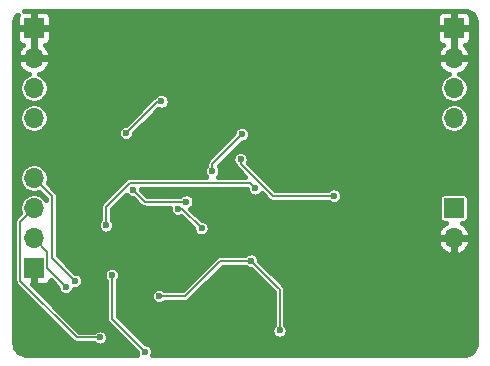
<source format=gbl>
G04 #@! TF.GenerationSoftware,KiCad,Pcbnew,(5.1.10)-1*
G04 #@! TF.CreationDate,2021-11-01T09:09:40+09:00*
G04 #@! TF.ProjectId,LiPoCharger_BQ24610_5S,4c69506f-4368-4617-9267-65725f425132,rev?*
G04 #@! TF.SameCoordinates,Original*
G04 #@! TF.FileFunction,Copper,L2,Bot*
G04 #@! TF.FilePolarity,Positive*
%FSLAX46Y46*%
G04 Gerber Fmt 4.6, Leading zero omitted, Abs format (unit mm)*
G04 Created by KiCad (PCBNEW (5.1.10)-1) date 2021-11-01 09:09:40*
%MOMM*%
%LPD*%
G01*
G04 APERTURE LIST*
G04 #@! TA.AperFunction,ComponentPad*
%ADD10R,1.700000X1.700000*%
G04 #@! TD*
G04 #@! TA.AperFunction,ComponentPad*
%ADD11O,1.700000X1.700000*%
G04 #@! TD*
G04 #@! TA.AperFunction,ComponentPad*
%ADD12C,0.508000*%
G04 #@! TD*
G04 #@! TA.AperFunction,ViaPad*
%ADD13C,0.600000*%
G04 #@! TD*
G04 #@! TA.AperFunction,ViaPad*
%ADD14C,0.900000*%
G04 #@! TD*
G04 #@! TA.AperFunction,Conductor*
%ADD15C,0.200000*%
G04 #@! TD*
G04 #@! TA.AperFunction,Conductor*
%ADD16C,0.100000*%
G04 #@! TD*
G04 #@! TA.AperFunction,Conductor*
%ADD17C,0.152400*%
G04 #@! TD*
G04 #@! TA.AperFunction,Conductor*
%ADD18C,0.400000*%
G04 #@! TD*
G04 APERTURE END LIST*
D10*
X174100000Y-100620000D03*
D11*
X174100000Y-98080000D03*
X174100000Y-95540000D03*
X174100000Y-93000000D03*
D10*
X209660000Y-95540000D03*
D11*
X209660000Y-98080000D03*
D12*
X183412600Y-99287400D03*
X183412600Y-98500000D03*
X183412600Y-97712600D03*
X184200000Y-99287400D03*
X184200000Y-98500000D03*
X184200000Y-97712600D03*
X184987400Y-99287400D03*
X184987400Y-98500000D03*
X184987400Y-97712600D03*
D11*
X174100000Y-87920000D03*
X174100000Y-85380000D03*
X174100000Y-82840000D03*
D10*
X174100000Y-80300000D03*
D11*
X209660000Y-87920000D03*
X209660000Y-85380000D03*
X209660000Y-82840000D03*
D10*
X209660000Y-80300000D03*
D13*
X193300000Y-92600000D03*
X179000000Y-101200000D03*
X192700000Y-95400000D03*
X187100000Y-97700000D03*
X181000000Y-93200000D03*
X200400000Y-107300000D03*
X192700000Y-102500000D03*
X194500000Y-92600000D03*
X192400000Y-100800000D03*
X193900000Y-92600000D03*
X192500000Y-103900000D03*
D14*
X195600000Y-79300000D03*
X201100000Y-96100000D03*
D13*
X181800000Y-103400000D03*
X192300000Y-98100000D03*
D14*
X191000000Y-79300000D03*
D13*
X184400000Y-106300000D03*
X177000000Y-96000000D03*
D14*
X201100000Y-94200000D03*
D13*
X211200000Y-107300000D03*
X184900000Y-86500000D03*
X181900000Y-89200000D03*
X194900000Y-105900000D03*
X192500000Y-100000000D03*
X184700000Y-103000000D03*
X192831727Y-93868273D03*
X180200000Y-97000000D03*
X191700000Y-89300000D03*
X189200000Y-92400000D03*
X188300000Y-97250000D03*
X186300000Y-95600010D03*
X191600000Y-91400000D03*
X199500000Y-94500000D03*
X183500000Y-107700000D03*
X180700000Y-101200000D03*
X187000000Y-95000000D03*
X182500000Y-94000000D03*
X176800000Y-102200000D03*
X179700000Y-106500000D03*
X177600000Y-101700000D03*
D15*
X184600000Y-86500000D02*
X184900000Y-86500000D01*
X181900000Y-89200000D02*
X184600000Y-86500000D01*
X194900000Y-105400000D02*
X194900000Y-102400000D01*
X186900000Y-103000000D02*
X189900000Y-100000000D01*
X192500000Y-100000000D02*
X194800000Y-102300000D01*
X194900000Y-102400000D02*
X194800000Y-102300000D01*
X184700000Y-103000000D02*
X186900000Y-103000000D01*
X194900000Y-105600000D02*
X194900000Y-105900000D01*
X194900000Y-105600000D02*
X194900000Y-105700000D01*
X194900000Y-105400000D02*
X194900000Y-105600000D01*
X189900000Y-100000000D02*
X192500000Y-100000000D01*
X180200000Y-95411998D02*
X182211999Y-93399999D01*
X182211999Y-93399999D02*
X192363453Y-93399999D01*
X180200000Y-97000000D02*
X180200000Y-95411998D01*
X192363453Y-93399999D02*
X192831727Y-93868273D01*
X189200000Y-91800000D02*
X191700000Y-89300000D01*
X189200000Y-92400000D02*
X189200000Y-91800000D01*
X186650010Y-95600010D02*
X186300000Y-95600010D01*
X188300000Y-97250000D02*
X186650010Y-95600010D01*
X191600000Y-91788002D02*
X191600000Y-91400000D01*
X194311998Y-94500000D02*
X191600000Y-91788002D01*
X199500000Y-94500000D02*
X194311998Y-94500000D01*
X180800002Y-101300002D02*
X180700000Y-101200000D01*
X180700000Y-104900000D02*
X180700000Y-101200000D01*
X183500000Y-107700000D02*
X180700000Y-104900000D01*
X183500000Y-95000000D02*
X187000000Y-95000000D01*
X182500000Y-94000000D02*
X183500000Y-95000000D01*
X175250001Y-99230001D02*
X174100000Y-98080000D01*
X176800000Y-102200000D02*
X175250001Y-100650001D01*
X175250001Y-100650001D02*
X175250001Y-99230001D01*
X172949999Y-96690001D02*
X174100000Y-95540000D01*
X179700000Y-106500000D02*
X177739998Y-106500000D01*
X177739998Y-106500000D02*
X172949999Y-101710001D01*
X172949999Y-101710001D02*
X172949999Y-96690001D01*
X175650012Y-94550012D02*
X174100000Y-93000000D01*
X175650012Y-99750012D02*
X175650012Y-94550012D01*
X177600000Y-101700000D02*
X175650012Y-99750012D01*
D16*
X185732443Y-96967557D02*
X185750000Y-97009945D01*
X185750000Y-99990055D01*
X185732443Y-100032443D01*
X185690055Y-100050000D01*
X182709945Y-100050000D01*
X182667557Y-100032443D01*
X182650000Y-99990055D01*
X182650000Y-97009945D01*
X182667557Y-96967557D01*
X182709945Y-96950000D01*
X185690055Y-96950000D01*
X185732443Y-96967557D01*
G04 #@! TA.AperFunction,Conductor*
D17*
G36*
X185732443Y-96967557D02*
G01*
X185750000Y-97009945D01*
X185750000Y-99990055D01*
X185732443Y-100032443D01*
X185690055Y-100050000D01*
X182709945Y-100050000D01*
X182667557Y-100032443D01*
X182650000Y-99990055D01*
X182650000Y-97009945D01*
X182667557Y-96967557D01*
X182709945Y-96950000D01*
X185690055Y-96950000D01*
X185732443Y-96967557D01*
G37*
G04 #@! TD.AperFunction*
D18*
X210708406Y-78847472D02*
X210908873Y-78907997D01*
X211093769Y-79006309D01*
X211256046Y-79138658D01*
X211389526Y-79300008D01*
X211489125Y-79484211D01*
X211551047Y-79684249D01*
X211575001Y-79912164D01*
X211575000Y-106879211D01*
X211552528Y-107108406D01*
X211492003Y-107308873D01*
X211393691Y-107493769D01*
X211261342Y-107656046D01*
X211099992Y-107789526D01*
X210915789Y-107889125D01*
X210715751Y-107951047D01*
X210487855Y-107974999D01*
X184144748Y-107972628D01*
X184173099Y-107904182D01*
X184200000Y-107768944D01*
X184200000Y-107631056D01*
X184173099Y-107495818D01*
X184120332Y-107368426D01*
X184043726Y-107253776D01*
X183946224Y-107156274D01*
X183831574Y-107079668D01*
X183704182Y-107026901D01*
X183568944Y-107000000D01*
X183507106Y-107000000D01*
X181200000Y-104692895D01*
X181200000Y-102931056D01*
X184000000Y-102931056D01*
X184000000Y-103068944D01*
X184026901Y-103204182D01*
X184079668Y-103331574D01*
X184156274Y-103446224D01*
X184253776Y-103543726D01*
X184368426Y-103620332D01*
X184495818Y-103673099D01*
X184631056Y-103700000D01*
X184768944Y-103700000D01*
X184904182Y-103673099D01*
X185031574Y-103620332D01*
X185146224Y-103543726D01*
X185189950Y-103500000D01*
X186875440Y-103500000D01*
X186900000Y-103502419D01*
X186924560Y-103500000D01*
X186998017Y-103492765D01*
X187092267Y-103464175D01*
X187179129Y-103417746D01*
X187255264Y-103355264D01*
X187270929Y-103336176D01*
X190107107Y-100500000D01*
X192010050Y-100500000D01*
X192053776Y-100543726D01*
X192168426Y-100620332D01*
X192295818Y-100673099D01*
X192431056Y-100700000D01*
X192492895Y-100700000D01*
X194400001Y-102607107D01*
X194400000Y-105375440D01*
X194400000Y-105410050D01*
X194356274Y-105453776D01*
X194279668Y-105568426D01*
X194226901Y-105695818D01*
X194200000Y-105831056D01*
X194200000Y-105968944D01*
X194226901Y-106104182D01*
X194279668Y-106231574D01*
X194356274Y-106346224D01*
X194453776Y-106443726D01*
X194568426Y-106520332D01*
X194695818Y-106573099D01*
X194831056Y-106600000D01*
X194968944Y-106600000D01*
X195104182Y-106573099D01*
X195231574Y-106520332D01*
X195346224Y-106443726D01*
X195443726Y-106346224D01*
X195520332Y-106231574D01*
X195573099Y-106104182D01*
X195600000Y-105968944D01*
X195600000Y-105831056D01*
X195573099Y-105695818D01*
X195520332Y-105568426D01*
X195443726Y-105453776D01*
X195400000Y-105410050D01*
X195400000Y-102424549D01*
X195402418Y-102399999D01*
X195400000Y-102375449D01*
X195400000Y-102375440D01*
X195392765Y-102301983D01*
X195364175Y-102207733D01*
X195317746Y-102120871D01*
X195255264Y-102044736D01*
X195236180Y-102029074D01*
X195170922Y-101963817D01*
X195170919Y-101963813D01*
X193200000Y-99992895D01*
X193200000Y-99931056D01*
X193173099Y-99795818D01*
X193120332Y-99668426D01*
X193043726Y-99553776D01*
X192946224Y-99456274D01*
X192831574Y-99379668D01*
X192704182Y-99326901D01*
X192568944Y-99300000D01*
X192431056Y-99300000D01*
X192295818Y-99326901D01*
X192168426Y-99379668D01*
X192053776Y-99456274D01*
X192010050Y-99500000D01*
X189924560Y-99500000D01*
X189900000Y-99497581D01*
X189875440Y-99500000D01*
X189801983Y-99507235D01*
X189707733Y-99535825D01*
X189620871Y-99582254D01*
X189544736Y-99644736D01*
X189529080Y-99663813D01*
X186692895Y-102500000D01*
X185189950Y-102500000D01*
X185146224Y-102456274D01*
X185031574Y-102379668D01*
X184904182Y-102326901D01*
X184768944Y-102300000D01*
X184631056Y-102300000D01*
X184495818Y-102326901D01*
X184368426Y-102379668D01*
X184253776Y-102456274D01*
X184156274Y-102553776D01*
X184079668Y-102668426D01*
X184026901Y-102795818D01*
X184000000Y-102931056D01*
X181200000Y-102931056D01*
X181200000Y-101689950D01*
X181243726Y-101646224D01*
X181320332Y-101531574D01*
X181373099Y-101404182D01*
X181400000Y-101268944D01*
X181400000Y-101131056D01*
X181373099Y-100995818D01*
X181320332Y-100868426D01*
X181243726Y-100753776D01*
X181146224Y-100656274D01*
X181031574Y-100579668D01*
X180904182Y-100526901D01*
X180768944Y-100500000D01*
X180631056Y-100500000D01*
X180495818Y-100526901D01*
X180368426Y-100579668D01*
X180253776Y-100656274D01*
X180156274Y-100753776D01*
X180079668Y-100868426D01*
X180026901Y-100995818D01*
X180000000Y-101131056D01*
X180000000Y-101268944D01*
X180026901Y-101404182D01*
X180079668Y-101531574D01*
X180156274Y-101646224D01*
X180200001Y-101689951D01*
X180200000Y-104875440D01*
X180197581Y-104900000D01*
X180207235Y-104998016D01*
X180235825Y-105092266D01*
X180282254Y-105179129D01*
X180344736Y-105255264D01*
X180363824Y-105270929D01*
X182800000Y-107707106D01*
X182800000Y-107768944D01*
X182826901Y-107904182D01*
X182855204Y-107972512D01*
X173606463Y-107971679D01*
X173362068Y-107964060D01*
X173158018Y-107917004D01*
X172966994Y-107831210D01*
X172796274Y-107709949D01*
X172652356Y-107557836D01*
X172540724Y-107380664D01*
X172465632Y-107185185D01*
X172427716Y-106965997D01*
X172425000Y-106892177D01*
X172425000Y-96690001D01*
X172447580Y-96690001D01*
X172450000Y-96714571D01*
X172449999Y-101685441D01*
X172447580Y-101710001D01*
X172457234Y-101808018D01*
X172465670Y-101835826D01*
X172485824Y-101902267D01*
X172532253Y-101989130D01*
X172594735Y-102065265D01*
X172613823Y-102080930D01*
X177369078Y-106836187D01*
X177384734Y-106855264D01*
X177460869Y-106917746D01*
X177547731Y-106964175D01*
X177641981Y-106992765D01*
X177739998Y-107002419D01*
X177764558Y-107000000D01*
X179210050Y-107000000D01*
X179253776Y-107043726D01*
X179368426Y-107120332D01*
X179495818Y-107173099D01*
X179631056Y-107200000D01*
X179768944Y-107200000D01*
X179904182Y-107173099D01*
X180031574Y-107120332D01*
X180146224Y-107043726D01*
X180243726Y-106946224D01*
X180320332Y-106831574D01*
X180373099Y-106704182D01*
X180400000Y-106568944D01*
X180400000Y-106431056D01*
X180373099Y-106295818D01*
X180320332Y-106168426D01*
X180243726Y-106053776D01*
X180146224Y-105956274D01*
X180031574Y-105879668D01*
X179904182Y-105826901D01*
X179768944Y-105800000D01*
X179631056Y-105800000D01*
X179495818Y-105826901D01*
X179368426Y-105879668D01*
X179253776Y-105956274D01*
X179210050Y-106000000D01*
X177947105Y-106000000D01*
X173933552Y-101986448D01*
X174000000Y-101920000D01*
X174000000Y-100720000D01*
X173980000Y-100720000D01*
X173980000Y-100520000D01*
X174000000Y-100520000D01*
X174000000Y-100500000D01*
X174200000Y-100500000D01*
X174200000Y-100520000D01*
X174220000Y-100520000D01*
X174220000Y-100720000D01*
X174200000Y-100720000D01*
X174200000Y-101920000D01*
X174350000Y-102070000D01*
X174950000Y-102072903D01*
X175067621Y-102061318D01*
X175180721Y-102027010D01*
X175284955Y-101971296D01*
X175376317Y-101896317D01*
X175451296Y-101804955D01*
X175507010Y-101700721D01*
X175527167Y-101634272D01*
X176100000Y-102207107D01*
X176100000Y-102268944D01*
X176126901Y-102404182D01*
X176179668Y-102531574D01*
X176256274Y-102646224D01*
X176353776Y-102743726D01*
X176468426Y-102820332D01*
X176595818Y-102873099D01*
X176731056Y-102900000D01*
X176868944Y-102900000D01*
X177004182Y-102873099D01*
X177131574Y-102820332D01*
X177246224Y-102743726D01*
X177343726Y-102646224D01*
X177420332Y-102531574D01*
X177473099Y-102404182D01*
X177476105Y-102389069D01*
X177531056Y-102400000D01*
X177668944Y-102400000D01*
X177804182Y-102373099D01*
X177931574Y-102320332D01*
X178046224Y-102243726D01*
X178143726Y-102146224D01*
X178220332Y-102031574D01*
X178273099Y-101904182D01*
X178300000Y-101768944D01*
X178300000Y-101631056D01*
X178273099Y-101495818D01*
X178220332Y-101368426D01*
X178143726Y-101253776D01*
X178046224Y-101156274D01*
X177931574Y-101079668D01*
X177804182Y-101026901D01*
X177668944Y-101000000D01*
X177607107Y-101000000D01*
X176150012Y-99542907D01*
X176150012Y-97732935D01*
X182554710Y-97732935D01*
X182575161Y-97899910D01*
X182627795Y-98059688D01*
X182653732Y-98108212D01*
X182612231Y-98190487D01*
X182567227Y-98352578D01*
X182554710Y-98520335D01*
X182575161Y-98687310D01*
X182627795Y-98847088D01*
X182653732Y-98895612D01*
X182612231Y-98977887D01*
X182567227Y-99139978D01*
X182554710Y-99307735D01*
X182575161Y-99474710D01*
X182627795Y-99634488D01*
X182687993Y-99747111D01*
X182875149Y-99748483D01*
X183277351Y-99346281D01*
X183347472Y-99351513D01*
X183355916Y-99420452D01*
X182951517Y-99824851D01*
X182952889Y-100012007D01*
X183103087Y-100087769D01*
X183265178Y-100132773D01*
X183432935Y-100145290D01*
X183599910Y-100124839D01*
X183759688Y-100072205D01*
X183808212Y-100046268D01*
X183890487Y-100087769D01*
X184052578Y-100132773D01*
X184220335Y-100145290D01*
X184387310Y-100124839D01*
X184547088Y-100072205D01*
X184595612Y-100046268D01*
X184677887Y-100087769D01*
X184839978Y-100132773D01*
X185007735Y-100145290D01*
X185174710Y-100124839D01*
X185334488Y-100072205D01*
X185447111Y-100012007D01*
X185448483Y-99824851D01*
X185046281Y-99422649D01*
X185051513Y-99352528D01*
X185120452Y-99344084D01*
X185524851Y-99748483D01*
X185712007Y-99747111D01*
X185787769Y-99596913D01*
X185832773Y-99434822D01*
X185845290Y-99267065D01*
X185824839Y-99100090D01*
X185772205Y-98940312D01*
X185746268Y-98891788D01*
X185787769Y-98809513D01*
X185832773Y-98647422D01*
X185845290Y-98479665D01*
X185836153Y-98405059D01*
X208246905Y-98405059D01*
X208304457Y-98594799D01*
X208430936Y-98849361D01*
X208604647Y-99074356D01*
X208818915Y-99261139D01*
X209065505Y-99402531D01*
X209334941Y-99493099D01*
X209560000Y-99376552D01*
X209560000Y-98180000D01*
X209760000Y-98180000D01*
X209760000Y-99376552D01*
X209985059Y-99493099D01*
X210254495Y-99402531D01*
X210501085Y-99261139D01*
X210715353Y-99074356D01*
X210889064Y-98849361D01*
X211015543Y-98594799D01*
X211073095Y-98405059D01*
X210956148Y-98180000D01*
X209760000Y-98180000D01*
X209560000Y-98180000D01*
X208363852Y-98180000D01*
X208246905Y-98405059D01*
X185836153Y-98405059D01*
X185824839Y-98312690D01*
X185772205Y-98152912D01*
X185746268Y-98104388D01*
X185787769Y-98022113D01*
X185832773Y-97860022D01*
X185845290Y-97692265D01*
X185824839Y-97525290D01*
X185772205Y-97365512D01*
X185712007Y-97252889D01*
X185524851Y-97251517D01*
X185122649Y-97653719D01*
X185052528Y-97648487D01*
X185044084Y-97579548D01*
X185448483Y-97175149D01*
X185447111Y-96987993D01*
X185296913Y-96912231D01*
X185134822Y-96867227D01*
X184967065Y-96854710D01*
X184800090Y-96875161D01*
X184640312Y-96927795D01*
X184591788Y-96953732D01*
X184509513Y-96912231D01*
X184347422Y-96867227D01*
X184179665Y-96854710D01*
X184012690Y-96875161D01*
X183852912Y-96927795D01*
X183804388Y-96953732D01*
X183722113Y-96912231D01*
X183560022Y-96867227D01*
X183392265Y-96854710D01*
X183225290Y-96875161D01*
X183065512Y-96927795D01*
X182952889Y-96987993D01*
X182951517Y-97175149D01*
X183353719Y-97577351D01*
X183348487Y-97647472D01*
X183279548Y-97655916D01*
X182875149Y-97251517D01*
X182687993Y-97252889D01*
X182612231Y-97403087D01*
X182567227Y-97565178D01*
X182554710Y-97732935D01*
X176150012Y-97732935D01*
X176150012Y-96931056D01*
X179500000Y-96931056D01*
X179500000Y-97068944D01*
X179526901Y-97204182D01*
X179579668Y-97331574D01*
X179656274Y-97446224D01*
X179753776Y-97543726D01*
X179868426Y-97620332D01*
X179995818Y-97673099D01*
X180131056Y-97700000D01*
X180268944Y-97700000D01*
X180404182Y-97673099D01*
X180531574Y-97620332D01*
X180646224Y-97543726D01*
X180743726Y-97446224D01*
X180820332Y-97331574D01*
X180873099Y-97204182D01*
X180900000Y-97068944D01*
X180900000Y-96931056D01*
X180873099Y-96795818D01*
X180820332Y-96668426D01*
X180743726Y-96553776D01*
X180700000Y-96510050D01*
X180700000Y-95619103D01*
X181922871Y-94396233D01*
X181956274Y-94446224D01*
X182053776Y-94543726D01*
X182168426Y-94620332D01*
X182295818Y-94673099D01*
X182431056Y-94700000D01*
X182492894Y-94700000D01*
X183129080Y-95336187D01*
X183144736Y-95355264D01*
X183220871Y-95417746D01*
X183307733Y-95464175D01*
X183401983Y-95492765D01*
X183500000Y-95502419D01*
X183524560Y-95500000D01*
X185606180Y-95500000D01*
X185600000Y-95531066D01*
X185600000Y-95668954D01*
X185626901Y-95804192D01*
X185679668Y-95931584D01*
X185756274Y-96046234D01*
X185853776Y-96143736D01*
X185968426Y-96220342D01*
X186095818Y-96273109D01*
X186231056Y-96300010D01*
X186368944Y-96300010D01*
X186504182Y-96273109D01*
X186583252Y-96240357D01*
X187600000Y-97257107D01*
X187600000Y-97318944D01*
X187626901Y-97454182D01*
X187679668Y-97581574D01*
X187756274Y-97696224D01*
X187853776Y-97793726D01*
X187968426Y-97870332D01*
X188095818Y-97923099D01*
X188231056Y-97950000D01*
X188368944Y-97950000D01*
X188504182Y-97923099D01*
X188631574Y-97870332D01*
X188746224Y-97793726D01*
X188785009Y-97754941D01*
X208246905Y-97754941D01*
X208363852Y-97980000D01*
X209560000Y-97980000D01*
X209560000Y-97960000D01*
X209760000Y-97960000D01*
X209760000Y-97980000D01*
X210956148Y-97980000D01*
X211073095Y-97754941D01*
X211015543Y-97565201D01*
X210889064Y-97310639D01*
X210715353Y-97085644D01*
X210501085Y-96898861D01*
X210314604Y-96791935D01*
X210510000Y-96791935D01*
X210588414Y-96784212D01*
X210663814Y-96761340D01*
X210733303Y-96724197D01*
X210794211Y-96674211D01*
X210844197Y-96613303D01*
X210881340Y-96543814D01*
X210904212Y-96468414D01*
X210911935Y-96390000D01*
X210911935Y-94690000D01*
X210904212Y-94611586D01*
X210881340Y-94536186D01*
X210844197Y-94466697D01*
X210794211Y-94405789D01*
X210733303Y-94355803D01*
X210663814Y-94318660D01*
X210588414Y-94295788D01*
X210510000Y-94288065D01*
X208810000Y-94288065D01*
X208731586Y-94295788D01*
X208656186Y-94318660D01*
X208586697Y-94355803D01*
X208525789Y-94405789D01*
X208475803Y-94466697D01*
X208438660Y-94536186D01*
X208415788Y-94611586D01*
X208408065Y-94690000D01*
X208408065Y-96390000D01*
X208415788Y-96468414D01*
X208438660Y-96543814D01*
X208475803Y-96613303D01*
X208525789Y-96674211D01*
X208586697Y-96724197D01*
X208656186Y-96761340D01*
X208731586Y-96784212D01*
X208810000Y-96791935D01*
X209005396Y-96791935D01*
X208818915Y-96898861D01*
X208604647Y-97085644D01*
X208430936Y-97310639D01*
X208304457Y-97565201D01*
X208246905Y-97754941D01*
X188785009Y-97754941D01*
X188843726Y-97696224D01*
X188920332Y-97581574D01*
X188973099Y-97454182D01*
X189000000Y-97318944D01*
X189000000Y-97181056D01*
X188973099Y-97045818D01*
X188920332Y-96918426D01*
X188843726Y-96803776D01*
X188746224Y-96706274D01*
X188631574Y-96629668D01*
X188504182Y-96576901D01*
X188368944Y-96550000D01*
X188307107Y-96550000D01*
X187359067Y-95601962D01*
X187446224Y-95543726D01*
X187543726Y-95446224D01*
X187620332Y-95331574D01*
X187673099Y-95204182D01*
X187700000Y-95068944D01*
X187700000Y-94931056D01*
X187673099Y-94795818D01*
X187620332Y-94668426D01*
X187543726Y-94553776D01*
X187446224Y-94456274D01*
X187331574Y-94379668D01*
X187204182Y-94326901D01*
X187068944Y-94300000D01*
X186931056Y-94300000D01*
X186795818Y-94326901D01*
X186668426Y-94379668D01*
X186553776Y-94456274D01*
X186510050Y-94500000D01*
X183707107Y-94500000D01*
X183200000Y-93992894D01*
X183200000Y-93931056D01*
X183193822Y-93899999D01*
X192131727Y-93899999D01*
X192131727Y-93937217D01*
X192158628Y-94072455D01*
X192211395Y-94199847D01*
X192288001Y-94314497D01*
X192385503Y-94411999D01*
X192500153Y-94488605D01*
X192627545Y-94541372D01*
X192762783Y-94568273D01*
X192900671Y-94568273D01*
X193035909Y-94541372D01*
X193163301Y-94488605D01*
X193277951Y-94411999D01*
X193375453Y-94314497D01*
X193393051Y-94288160D01*
X193941078Y-94836187D01*
X193956734Y-94855264D01*
X194032869Y-94917746D01*
X194119731Y-94964175D01*
X194213981Y-94992765D01*
X194287438Y-95000000D01*
X194287447Y-95000000D01*
X194311997Y-95002418D01*
X194336547Y-95000000D01*
X199010050Y-95000000D01*
X199053776Y-95043726D01*
X199168426Y-95120332D01*
X199295818Y-95173099D01*
X199431056Y-95200000D01*
X199568944Y-95200000D01*
X199704182Y-95173099D01*
X199831574Y-95120332D01*
X199946224Y-95043726D01*
X200043726Y-94946224D01*
X200120332Y-94831574D01*
X200173099Y-94704182D01*
X200200000Y-94568944D01*
X200200000Y-94431056D01*
X200173099Y-94295818D01*
X200120332Y-94168426D01*
X200043726Y-94053776D01*
X199946224Y-93956274D01*
X199831574Y-93879668D01*
X199704182Y-93826901D01*
X199568944Y-93800000D01*
X199431056Y-93800000D01*
X199295818Y-93826901D01*
X199168426Y-93879668D01*
X199053776Y-93956274D01*
X199010050Y-94000000D01*
X194519105Y-94000000D01*
X192229220Y-91710117D01*
X192273099Y-91604182D01*
X192300000Y-91468944D01*
X192300000Y-91331056D01*
X192273099Y-91195818D01*
X192220332Y-91068426D01*
X192143726Y-90953776D01*
X192046224Y-90856274D01*
X191931574Y-90779668D01*
X191804182Y-90726901D01*
X191668944Y-90700000D01*
X191531056Y-90700000D01*
X191395818Y-90726901D01*
X191268426Y-90779668D01*
X191153776Y-90856274D01*
X191056274Y-90953776D01*
X190979668Y-91068426D01*
X190926901Y-91195818D01*
X190900000Y-91331056D01*
X190900000Y-91468944D01*
X190926901Y-91604182D01*
X190979668Y-91731574D01*
X191056274Y-91846224D01*
X191112097Y-91902047D01*
X191135825Y-91980268D01*
X191182254Y-92067131D01*
X191244736Y-92143266D01*
X191263824Y-92158931D01*
X192004891Y-92899999D01*
X189689951Y-92899999D01*
X189743726Y-92846224D01*
X189820332Y-92731574D01*
X189873099Y-92604182D01*
X189900000Y-92468944D01*
X189900000Y-92331056D01*
X189873099Y-92195818D01*
X189820332Y-92068426D01*
X189747572Y-91959533D01*
X191707106Y-90000000D01*
X191768944Y-90000000D01*
X191904182Y-89973099D01*
X192031574Y-89920332D01*
X192146224Y-89843726D01*
X192243726Y-89746224D01*
X192320332Y-89631574D01*
X192373099Y-89504182D01*
X192400000Y-89368944D01*
X192400000Y-89231056D01*
X192373099Y-89095818D01*
X192320332Y-88968426D01*
X192243726Y-88853776D01*
X192146224Y-88756274D01*
X192031574Y-88679668D01*
X191904182Y-88626901D01*
X191768944Y-88600000D01*
X191631056Y-88600000D01*
X191495818Y-88626901D01*
X191368426Y-88679668D01*
X191253776Y-88756274D01*
X191156274Y-88853776D01*
X191079668Y-88968426D01*
X191026901Y-89095818D01*
X191000000Y-89231056D01*
X191000000Y-89292894D01*
X188863819Y-91429076D01*
X188844737Y-91444736D01*
X188782255Y-91520871D01*
X188742239Y-91595735D01*
X188735826Y-91607733D01*
X188707235Y-91701983D01*
X188697581Y-91800000D01*
X188700001Y-91824569D01*
X188700001Y-91910049D01*
X188656274Y-91953776D01*
X188579668Y-92068426D01*
X188526901Y-92195818D01*
X188500000Y-92331056D01*
X188500000Y-92468944D01*
X188526901Y-92604182D01*
X188579668Y-92731574D01*
X188656274Y-92846224D01*
X188710049Y-92899999D01*
X182236548Y-92899999D01*
X182211998Y-92897581D01*
X182187448Y-92899999D01*
X182187439Y-92899999D01*
X182113982Y-92907234D01*
X182019732Y-92935824D01*
X181932870Y-92982253D01*
X181856735Y-93044735D01*
X181841079Y-93063812D01*
X179863819Y-95041074D01*
X179844737Y-95056734D01*
X179782255Y-95132869D01*
X179746373Y-95200000D01*
X179735826Y-95219731D01*
X179707235Y-95313981D01*
X179697581Y-95411998D01*
X179700001Y-95436568D01*
X179700000Y-96510050D01*
X179656274Y-96553776D01*
X179579668Y-96668426D01*
X179526901Y-96795818D01*
X179500000Y-96931056D01*
X176150012Y-96931056D01*
X176150012Y-94574572D01*
X176152431Y-94550012D01*
X176142777Y-94451994D01*
X176134104Y-94423404D01*
X176114187Y-94357745D01*
X176067758Y-94270883D01*
X176005276Y-94194748D01*
X175986193Y-94179087D01*
X175263815Y-93456709D01*
X175301963Y-93364611D01*
X175350000Y-93123114D01*
X175350000Y-92876886D01*
X175301963Y-92635389D01*
X175207735Y-92407903D01*
X175070938Y-92203172D01*
X174896828Y-92029062D01*
X174692097Y-91892265D01*
X174464611Y-91798037D01*
X174223114Y-91750000D01*
X173976886Y-91750000D01*
X173735389Y-91798037D01*
X173507903Y-91892265D01*
X173303172Y-92029062D01*
X173129062Y-92203172D01*
X172992265Y-92407903D01*
X172898037Y-92635389D01*
X172850000Y-92876886D01*
X172850000Y-93123114D01*
X172898037Y-93364611D01*
X172992265Y-93592097D01*
X173129062Y-93796828D01*
X173303172Y-93970938D01*
X173507903Y-94107735D01*
X173735389Y-94201963D01*
X173976886Y-94250000D01*
X174223114Y-94250000D01*
X174464611Y-94201963D01*
X174556709Y-94163815D01*
X175150013Y-94757119D01*
X175150013Y-94861516D01*
X175070938Y-94743172D01*
X174896828Y-94569062D01*
X174692097Y-94432265D01*
X174464611Y-94338037D01*
X174223114Y-94290000D01*
X173976886Y-94290000D01*
X173735389Y-94338037D01*
X173507903Y-94432265D01*
X173303172Y-94569062D01*
X173129062Y-94743172D01*
X172992265Y-94947903D01*
X172898037Y-95175389D01*
X172850000Y-95416886D01*
X172850000Y-95663114D01*
X172898037Y-95904611D01*
X172936185Y-95996709D01*
X172613818Y-96319077D01*
X172594736Y-96334737D01*
X172532254Y-96410872D01*
X172507986Y-96456274D01*
X172485825Y-96497734D01*
X172457234Y-96591984D01*
X172447580Y-96690001D01*
X172425000Y-96690001D01*
X172425000Y-87796886D01*
X172850000Y-87796886D01*
X172850000Y-88043114D01*
X172898037Y-88284611D01*
X172992265Y-88512097D01*
X173129062Y-88716828D01*
X173303172Y-88890938D01*
X173507903Y-89027735D01*
X173735389Y-89121963D01*
X173976886Y-89170000D01*
X174223114Y-89170000D01*
X174418897Y-89131056D01*
X181200000Y-89131056D01*
X181200000Y-89268944D01*
X181226901Y-89404182D01*
X181279668Y-89531574D01*
X181356274Y-89646224D01*
X181453776Y-89743726D01*
X181568426Y-89820332D01*
X181695818Y-89873099D01*
X181831056Y-89900000D01*
X181968944Y-89900000D01*
X182104182Y-89873099D01*
X182231574Y-89820332D01*
X182346224Y-89743726D01*
X182443726Y-89646224D01*
X182520332Y-89531574D01*
X182573099Y-89404182D01*
X182600000Y-89268944D01*
X182600000Y-89207105D01*
X184010219Y-87796886D01*
X208410000Y-87796886D01*
X208410000Y-88043114D01*
X208458037Y-88284611D01*
X208552265Y-88512097D01*
X208689062Y-88716828D01*
X208863172Y-88890938D01*
X209067903Y-89027735D01*
X209295389Y-89121963D01*
X209536886Y-89170000D01*
X209783114Y-89170000D01*
X210024611Y-89121963D01*
X210252097Y-89027735D01*
X210456828Y-88890938D01*
X210630938Y-88716828D01*
X210767735Y-88512097D01*
X210861963Y-88284611D01*
X210910000Y-88043114D01*
X210910000Y-87796886D01*
X210861963Y-87555389D01*
X210767735Y-87327903D01*
X210630938Y-87123172D01*
X210456828Y-86949062D01*
X210252097Y-86812265D01*
X210024611Y-86718037D01*
X209783114Y-86670000D01*
X209536886Y-86670000D01*
X209295389Y-86718037D01*
X209067903Y-86812265D01*
X208863172Y-86949062D01*
X208689062Y-87123172D01*
X208552265Y-87327903D01*
X208458037Y-87555389D01*
X208410000Y-87796886D01*
X184010219Y-87796886D01*
X184652111Y-87154995D01*
X184695818Y-87173099D01*
X184831056Y-87200000D01*
X184968944Y-87200000D01*
X185104182Y-87173099D01*
X185231574Y-87120332D01*
X185346224Y-87043726D01*
X185443726Y-86946224D01*
X185520332Y-86831574D01*
X185573099Y-86704182D01*
X185600000Y-86568944D01*
X185600000Y-86431056D01*
X185573099Y-86295818D01*
X185520332Y-86168426D01*
X185443726Y-86053776D01*
X185346224Y-85956274D01*
X185231574Y-85879668D01*
X185104182Y-85826901D01*
X184968944Y-85800000D01*
X184831056Y-85800000D01*
X184695818Y-85826901D01*
X184568426Y-85879668D01*
X184453776Y-85956274D01*
X184356274Y-86053776D01*
X184346343Y-86068639D01*
X184320871Y-86082254D01*
X184244736Y-86144736D01*
X184229080Y-86163813D01*
X181892895Y-88500000D01*
X181831056Y-88500000D01*
X181695818Y-88526901D01*
X181568426Y-88579668D01*
X181453776Y-88656274D01*
X181356274Y-88753776D01*
X181279668Y-88868426D01*
X181226901Y-88995818D01*
X181200000Y-89131056D01*
X174418897Y-89131056D01*
X174464611Y-89121963D01*
X174692097Y-89027735D01*
X174896828Y-88890938D01*
X175070938Y-88716828D01*
X175207735Y-88512097D01*
X175301963Y-88284611D01*
X175350000Y-88043114D01*
X175350000Y-87796886D01*
X175301963Y-87555389D01*
X175207735Y-87327903D01*
X175070938Y-87123172D01*
X174896828Y-86949062D01*
X174692097Y-86812265D01*
X174464611Y-86718037D01*
X174223114Y-86670000D01*
X173976886Y-86670000D01*
X173735389Y-86718037D01*
X173507903Y-86812265D01*
X173303172Y-86949062D01*
X173129062Y-87123172D01*
X172992265Y-87327903D01*
X172898037Y-87555389D01*
X172850000Y-87796886D01*
X172425000Y-87796886D01*
X172425000Y-83165059D01*
X172686905Y-83165059D01*
X172744457Y-83354799D01*
X172870936Y-83609361D01*
X173044647Y-83834356D01*
X173258915Y-84021139D01*
X173505505Y-84162531D01*
X173653072Y-84212134D01*
X173507903Y-84272265D01*
X173303172Y-84409062D01*
X173129062Y-84583172D01*
X172992265Y-84787903D01*
X172898037Y-85015389D01*
X172850000Y-85256886D01*
X172850000Y-85503114D01*
X172898037Y-85744611D01*
X172992265Y-85972097D01*
X173129062Y-86176828D01*
X173303172Y-86350938D01*
X173507903Y-86487735D01*
X173735389Y-86581963D01*
X173976886Y-86630000D01*
X174223114Y-86630000D01*
X174464611Y-86581963D01*
X174692097Y-86487735D01*
X174896828Y-86350938D01*
X175070938Y-86176828D01*
X175207735Y-85972097D01*
X175301963Y-85744611D01*
X175350000Y-85503114D01*
X175350000Y-85256886D01*
X175301963Y-85015389D01*
X175207735Y-84787903D01*
X175070938Y-84583172D01*
X174896828Y-84409062D01*
X174692097Y-84272265D01*
X174546928Y-84212134D01*
X174694495Y-84162531D01*
X174941085Y-84021139D01*
X175155353Y-83834356D01*
X175329064Y-83609361D01*
X175455543Y-83354799D01*
X175513095Y-83165059D01*
X208246905Y-83165059D01*
X208304457Y-83354799D01*
X208430936Y-83609361D01*
X208604647Y-83834356D01*
X208818915Y-84021139D01*
X209065505Y-84162531D01*
X209213072Y-84212134D01*
X209067903Y-84272265D01*
X208863172Y-84409062D01*
X208689062Y-84583172D01*
X208552265Y-84787903D01*
X208458037Y-85015389D01*
X208410000Y-85256886D01*
X208410000Y-85503114D01*
X208458037Y-85744611D01*
X208552265Y-85972097D01*
X208689062Y-86176828D01*
X208863172Y-86350938D01*
X209067903Y-86487735D01*
X209295389Y-86581963D01*
X209536886Y-86630000D01*
X209783114Y-86630000D01*
X210024611Y-86581963D01*
X210252097Y-86487735D01*
X210456828Y-86350938D01*
X210630938Y-86176828D01*
X210767735Y-85972097D01*
X210861963Y-85744611D01*
X210910000Y-85503114D01*
X210910000Y-85256886D01*
X210861963Y-85015389D01*
X210767735Y-84787903D01*
X210630938Y-84583172D01*
X210456828Y-84409062D01*
X210252097Y-84272265D01*
X210106928Y-84212134D01*
X210254495Y-84162531D01*
X210501085Y-84021139D01*
X210715353Y-83834356D01*
X210889064Y-83609361D01*
X211015543Y-83354799D01*
X211073095Y-83165059D01*
X210956148Y-82940000D01*
X209760000Y-82940000D01*
X209760000Y-82960000D01*
X209560000Y-82960000D01*
X209560000Y-82940000D01*
X208363852Y-82940000D01*
X208246905Y-83165059D01*
X175513095Y-83165059D01*
X175396148Y-82940000D01*
X174200000Y-82940000D01*
X174200000Y-82960000D01*
X174000000Y-82960000D01*
X174000000Y-82940000D01*
X172803852Y-82940000D01*
X172686905Y-83165059D01*
X172425000Y-83165059D01*
X172425000Y-81150000D01*
X172647097Y-81150000D01*
X172658682Y-81267621D01*
X172692990Y-81380721D01*
X172748704Y-81484955D01*
X172823683Y-81576317D01*
X172915045Y-81651296D01*
X173019279Y-81707010D01*
X173132379Y-81741318D01*
X173161081Y-81744145D01*
X173044647Y-81845644D01*
X172870936Y-82070639D01*
X172744457Y-82325201D01*
X172686905Y-82514941D01*
X172803852Y-82740000D01*
X174000000Y-82740000D01*
X174000000Y-80400000D01*
X174200000Y-80400000D01*
X174200000Y-82740000D01*
X175396148Y-82740000D01*
X175513095Y-82514941D01*
X175455543Y-82325201D01*
X175329064Y-82070639D01*
X175155353Y-81845644D01*
X175038919Y-81744145D01*
X175067621Y-81741318D01*
X175180721Y-81707010D01*
X175284955Y-81651296D01*
X175376317Y-81576317D01*
X175451296Y-81484955D01*
X175507010Y-81380721D01*
X175541318Y-81267621D01*
X175552903Y-81150000D01*
X208207097Y-81150000D01*
X208218682Y-81267621D01*
X208252990Y-81380721D01*
X208308704Y-81484955D01*
X208383683Y-81576317D01*
X208475045Y-81651296D01*
X208579279Y-81707010D01*
X208692379Y-81741318D01*
X208721081Y-81744145D01*
X208604647Y-81845644D01*
X208430936Y-82070639D01*
X208304457Y-82325201D01*
X208246905Y-82514941D01*
X208363852Y-82740000D01*
X209560000Y-82740000D01*
X209560000Y-80400000D01*
X209760000Y-80400000D01*
X209760000Y-82740000D01*
X210956148Y-82740000D01*
X211073095Y-82514941D01*
X211015543Y-82325201D01*
X210889064Y-82070639D01*
X210715353Y-81845644D01*
X210598919Y-81744145D01*
X210627621Y-81741318D01*
X210740721Y-81707010D01*
X210844955Y-81651296D01*
X210936317Y-81576317D01*
X211011296Y-81484955D01*
X211067010Y-81380721D01*
X211101318Y-81267621D01*
X211112903Y-81150000D01*
X211110000Y-80550000D01*
X210960000Y-80400000D01*
X209760000Y-80400000D01*
X209560000Y-80400000D01*
X208360000Y-80400000D01*
X208210000Y-80550000D01*
X208207097Y-81150000D01*
X175552903Y-81150000D01*
X175550000Y-80550000D01*
X175400000Y-80400000D01*
X174200000Y-80400000D01*
X174000000Y-80400000D01*
X172800000Y-80400000D01*
X172650000Y-80550000D01*
X172647097Y-81150000D01*
X172425000Y-81150000D01*
X172425000Y-79920789D01*
X172447472Y-79691594D01*
X172507997Y-79491127D01*
X172606309Y-79306231D01*
X172722971Y-79163189D01*
X172692990Y-79219279D01*
X172658682Y-79332379D01*
X172647097Y-79450000D01*
X172650000Y-80050000D01*
X172800000Y-80200000D01*
X174000000Y-80200000D01*
X174000000Y-79000000D01*
X174200000Y-79000000D01*
X174200000Y-80200000D01*
X175400000Y-80200000D01*
X175550000Y-80050000D01*
X175552903Y-79450000D01*
X208207097Y-79450000D01*
X208210000Y-80050000D01*
X208360000Y-80200000D01*
X209560000Y-80200000D01*
X209560000Y-79000000D01*
X209760000Y-79000000D01*
X209760000Y-80200000D01*
X210960000Y-80200000D01*
X211110000Y-80050000D01*
X211112903Y-79450000D01*
X211101318Y-79332379D01*
X211067010Y-79219279D01*
X211011296Y-79115045D01*
X210936317Y-79023683D01*
X210844955Y-78948704D01*
X210740721Y-78892990D01*
X210627621Y-78858682D01*
X210510000Y-78847097D01*
X209910000Y-78850000D01*
X209760000Y-79000000D01*
X209560000Y-79000000D01*
X209410000Y-78850000D01*
X208810000Y-78847097D01*
X208692379Y-78858682D01*
X208579279Y-78892990D01*
X208475045Y-78948704D01*
X208383683Y-79023683D01*
X208308704Y-79115045D01*
X208252990Y-79219279D01*
X208218682Y-79332379D01*
X208207097Y-79450000D01*
X175552903Y-79450000D01*
X175541318Y-79332379D01*
X175507010Y-79219279D01*
X175451296Y-79115045D01*
X175376317Y-79023683D01*
X175284955Y-78948704D01*
X175180721Y-78892990D01*
X175067621Y-78858682D01*
X174950000Y-78847097D01*
X174350000Y-78850000D01*
X174200000Y-79000000D01*
X174000000Y-79000000D01*
X173850000Y-78850000D01*
X173299627Y-78847337D01*
X173512154Y-78825000D01*
X210479211Y-78825000D01*
X210708406Y-78847472D01*
G04 #@! TA.AperFunction,Conductor*
D17*
G36*
X210708406Y-78847472D02*
G01*
X210908873Y-78907997D01*
X211093769Y-79006309D01*
X211256046Y-79138658D01*
X211389526Y-79300008D01*
X211489125Y-79484211D01*
X211551047Y-79684249D01*
X211575001Y-79912164D01*
X211575000Y-106879211D01*
X211552528Y-107108406D01*
X211492003Y-107308873D01*
X211393691Y-107493769D01*
X211261342Y-107656046D01*
X211099992Y-107789526D01*
X210915789Y-107889125D01*
X210715751Y-107951047D01*
X210487855Y-107974999D01*
X184144748Y-107972628D01*
X184173099Y-107904182D01*
X184200000Y-107768944D01*
X184200000Y-107631056D01*
X184173099Y-107495818D01*
X184120332Y-107368426D01*
X184043726Y-107253776D01*
X183946224Y-107156274D01*
X183831574Y-107079668D01*
X183704182Y-107026901D01*
X183568944Y-107000000D01*
X183507106Y-107000000D01*
X181200000Y-104692895D01*
X181200000Y-102931056D01*
X184000000Y-102931056D01*
X184000000Y-103068944D01*
X184026901Y-103204182D01*
X184079668Y-103331574D01*
X184156274Y-103446224D01*
X184253776Y-103543726D01*
X184368426Y-103620332D01*
X184495818Y-103673099D01*
X184631056Y-103700000D01*
X184768944Y-103700000D01*
X184904182Y-103673099D01*
X185031574Y-103620332D01*
X185146224Y-103543726D01*
X185189950Y-103500000D01*
X186875440Y-103500000D01*
X186900000Y-103502419D01*
X186924560Y-103500000D01*
X186998017Y-103492765D01*
X187092267Y-103464175D01*
X187179129Y-103417746D01*
X187255264Y-103355264D01*
X187270929Y-103336176D01*
X190107107Y-100500000D01*
X192010050Y-100500000D01*
X192053776Y-100543726D01*
X192168426Y-100620332D01*
X192295818Y-100673099D01*
X192431056Y-100700000D01*
X192492895Y-100700000D01*
X194400001Y-102607107D01*
X194400000Y-105375440D01*
X194400000Y-105410050D01*
X194356274Y-105453776D01*
X194279668Y-105568426D01*
X194226901Y-105695818D01*
X194200000Y-105831056D01*
X194200000Y-105968944D01*
X194226901Y-106104182D01*
X194279668Y-106231574D01*
X194356274Y-106346224D01*
X194453776Y-106443726D01*
X194568426Y-106520332D01*
X194695818Y-106573099D01*
X194831056Y-106600000D01*
X194968944Y-106600000D01*
X195104182Y-106573099D01*
X195231574Y-106520332D01*
X195346224Y-106443726D01*
X195443726Y-106346224D01*
X195520332Y-106231574D01*
X195573099Y-106104182D01*
X195600000Y-105968944D01*
X195600000Y-105831056D01*
X195573099Y-105695818D01*
X195520332Y-105568426D01*
X195443726Y-105453776D01*
X195400000Y-105410050D01*
X195400000Y-102424549D01*
X195402418Y-102399999D01*
X195400000Y-102375449D01*
X195400000Y-102375440D01*
X195392765Y-102301983D01*
X195364175Y-102207733D01*
X195317746Y-102120871D01*
X195255264Y-102044736D01*
X195236180Y-102029074D01*
X195170922Y-101963817D01*
X195170919Y-101963813D01*
X193200000Y-99992895D01*
X193200000Y-99931056D01*
X193173099Y-99795818D01*
X193120332Y-99668426D01*
X193043726Y-99553776D01*
X192946224Y-99456274D01*
X192831574Y-99379668D01*
X192704182Y-99326901D01*
X192568944Y-99300000D01*
X192431056Y-99300000D01*
X192295818Y-99326901D01*
X192168426Y-99379668D01*
X192053776Y-99456274D01*
X192010050Y-99500000D01*
X189924560Y-99500000D01*
X189900000Y-99497581D01*
X189875440Y-99500000D01*
X189801983Y-99507235D01*
X189707733Y-99535825D01*
X189620871Y-99582254D01*
X189544736Y-99644736D01*
X189529080Y-99663813D01*
X186692895Y-102500000D01*
X185189950Y-102500000D01*
X185146224Y-102456274D01*
X185031574Y-102379668D01*
X184904182Y-102326901D01*
X184768944Y-102300000D01*
X184631056Y-102300000D01*
X184495818Y-102326901D01*
X184368426Y-102379668D01*
X184253776Y-102456274D01*
X184156274Y-102553776D01*
X184079668Y-102668426D01*
X184026901Y-102795818D01*
X184000000Y-102931056D01*
X181200000Y-102931056D01*
X181200000Y-101689950D01*
X181243726Y-101646224D01*
X181320332Y-101531574D01*
X181373099Y-101404182D01*
X181400000Y-101268944D01*
X181400000Y-101131056D01*
X181373099Y-100995818D01*
X181320332Y-100868426D01*
X181243726Y-100753776D01*
X181146224Y-100656274D01*
X181031574Y-100579668D01*
X180904182Y-100526901D01*
X180768944Y-100500000D01*
X180631056Y-100500000D01*
X180495818Y-100526901D01*
X180368426Y-100579668D01*
X180253776Y-100656274D01*
X180156274Y-100753776D01*
X180079668Y-100868426D01*
X180026901Y-100995818D01*
X180000000Y-101131056D01*
X180000000Y-101268944D01*
X180026901Y-101404182D01*
X180079668Y-101531574D01*
X180156274Y-101646224D01*
X180200001Y-101689951D01*
X180200000Y-104875440D01*
X180197581Y-104900000D01*
X180207235Y-104998016D01*
X180235825Y-105092266D01*
X180282254Y-105179129D01*
X180344736Y-105255264D01*
X180363824Y-105270929D01*
X182800000Y-107707106D01*
X182800000Y-107768944D01*
X182826901Y-107904182D01*
X182855204Y-107972512D01*
X173606463Y-107971679D01*
X173362068Y-107964060D01*
X173158018Y-107917004D01*
X172966994Y-107831210D01*
X172796274Y-107709949D01*
X172652356Y-107557836D01*
X172540724Y-107380664D01*
X172465632Y-107185185D01*
X172427716Y-106965997D01*
X172425000Y-106892177D01*
X172425000Y-96690001D01*
X172447580Y-96690001D01*
X172450000Y-96714571D01*
X172449999Y-101685441D01*
X172447580Y-101710001D01*
X172457234Y-101808018D01*
X172465670Y-101835826D01*
X172485824Y-101902267D01*
X172532253Y-101989130D01*
X172594735Y-102065265D01*
X172613823Y-102080930D01*
X177369078Y-106836187D01*
X177384734Y-106855264D01*
X177460869Y-106917746D01*
X177547731Y-106964175D01*
X177641981Y-106992765D01*
X177739998Y-107002419D01*
X177764558Y-107000000D01*
X179210050Y-107000000D01*
X179253776Y-107043726D01*
X179368426Y-107120332D01*
X179495818Y-107173099D01*
X179631056Y-107200000D01*
X179768944Y-107200000D01*
X179904182Y-107173099D01*
X180031574Y-107120332D01*
X180146224Y-107043726D01*
X180243726Y-106946224D01*
X180320332Y-106831574D01*
X180373099Y-106704182D01*
X180400000Y-106568944D01*
X180400000Y-106431056D01*
X180373099Y-106295818D01*
X180320332Y-106168426D01*
X180243726Y-106053776D01*
X180146224Y-105956274D01*
X180031574Y-105879668D01*
X179904182Y-105826901D01*
X179768944Y-105800000D01*
X179631056Y-105800000D01*
X179495818Y-105826901D01*
X179368426Y-105879668D01*
X179253776Y-105956274D01*
X179210050Y-106000000D01*
X177947105Y-106000000D01*
X173933552Y-101986448D01*
X174000000Y-101920000D01*
X174000000Y-100720000D01*
X173980000Y-100720000D01*
X173980000Y-100520000D01*
X174000000Y-100520000D01*
X174000000Y-100500000D01*
X174200000Y-100500000D01*
X174200000Y-100520000D01*
X174220000Y-100520000D01*
X174220000Y-100720000D01*
X174200000Y-100720000D01*
X174200000Y-101920000D01*
X174350000Y-102070000D01*
X174950000Y-102072903D01*
X175067621Y-102061318D01*
X175180721Y-102027010D01*
X175284955Y-101971296D01*
X175376317Y-101896317D01*
X175451296Y-101804955D01*
X175507010Y-101700721D01*
X175527167Y-101634272D01*
X176100000Y-102207107D01*
X176100000Y-102268944D01*
X176126901Y-102404182D01*
X176179668Y-102531574D01*
X176256274Y-102646224D01*
X176353776Y-102743726D01*
X176468426Y-102820332D01*
X176595818Y-102873099D01*
X176731056Y-102900000D01*
X176868944Y-102900000D01*
X177004182Y-102873099D01*
X177131574Y-102820332D01*
X177246224Y-102743726D01*
X177343726Y-102646224D01*
X177420332Y-102531574D01*
X177473099Y-102404182D01*
X177476105Y-102389069D01*
X177531056Y-102400000D01*
X177668944Y-102400000D01*
X177804182Y-102373099D01*
X177931574Y-102320332D01*
X178046224Y-102243726D01*
X178143726Y-102146224D01*
X178220332Y-102031574D01*
X178273099Y-101904182D01*
X178300000Y-101768944D01*
X178300000Y-101631056D01*
X178273099Y-101495818D01*
X178220332Y-101368426D01*
X178143726Y-101253776D01*
X178046224Y-101156274D01*
X177931574Y-101079668D01*
X177804182Y-101026901D01*
X177668944Y-101000000D01*
X177607107Y-101000000D01*
X176150012Y-99542907D01*
X176150012Y-97732935D01*
X182554710Y-97732935D01*
X182575161Y-97899910D01*
X182627795Y-98059688D01*
X182653732Y-98108212D01*
X182612231Y-98190487D01*
X182567227Y-98352578D01*
X182554710Y-98520335D01*
X182575161Y-98687310D01*
X182627795Y-98847088D01*
X182653732Y-98895612D01*
X182612231Y-98977887D01*
X182567227Y-99139978D01*
X182554710Y-99307735D01*
X182575161Y-99474710D01*
X182627795Y-99634488D01*
X182687993Y-99747111D01*
X182875149Y-99748483D01*
X183277351Y-99346281D01*
X183347472Y-99351513D01*
X183355916Y-99420452D01*
X182951517Y-99824851D01*
X182952889Y-100012007D01*
X183103087Y-100087769D01*
X183265178Y-100132773D01*
X183432935Y-100145290D01*
X183599910Y-100124839D01*
X183759688Y-100072205D01*
X183808212Y-100046268D01*
X183890487Y-100087769D01*
X184052578Y-100132773D01*
X184220335Y-100145290D01*
X184387310Y-100124839D01*
X184547088Y-100072205D01*
X184595612Y-100046268D01*
X184677887Y-100087769D01*
X184839978Y-100132773D01*
X185007735Y-100145290D01*
X185174710Y-100124839D01*
X185334488Y-100072205D01*
X185447111Y-100012007D01*
X185448483Y-99824851D01*
X185046281Y-99422649D01*
X185051513Y-99352528D01*
X185120452Y-99344084D01*
X185524851Y-99748483D01*
X185712007Y-99747111D01*
X185787769Y-99596913D01*
X185832773Y-99434822D01*
X185845290Y-99267065D01*
X185824839Y-99100090D01*
X185772205Y-98940312D01*
X185746268Y-98891788D01*
X185787769Y-98809513D01*
X185832773Y-98647422D01*
X185845290Y-98479665D01*
X185836153Y-98405059D01*
X208246905Y-98405059D01*
X208304457Y-98594799D01*
X208430936Y-98849361D01*
X208604647Y-99074356D01*
X208818915Y-99261139D01*
X209065505Y-99402531D01*
X209334941Y-99493099D01*
X209560000Y-99376552D01*
X209560000Y-98180000D01*
X209760000Y-98180000D01*
X209760000Y-99376552D01*
X209985059Y-99493099D01*
X210254495Y-99402531D01*
X210501085Y-99261139D01*
X210715353Y-99074356D01*
X210889064Y-98849361D01*
X211015543Y-98594799D01*
X211073095Y-98405059D01*
X210956148Y-98180000D01*
X209760000Y-98180000D01*
X209560000Y-98180000D01*
X208363852Y-98180000D01*
X208246905Y-98405059D01*
X185836153Y-98405059D01*
X185824839Y-98312690D01*
X185772205Y-98152912D01*
X185746268Y-98104388D01*
X185787769Y-98022113D01*
X185832773Y-97860022D01*
X185845290Y-97692265D01*
X185824839Y-97525290D01*
X185772205Y-97365512D01*
X185712007Y-97252889D01*
X185524851Y-97251517D01*
X185122649Y-97653719D01*
X185052528Y-97648487D01*
X185044084Y-97579548D01*
X185448483Y-97175149D01*
X185447111Y-96987993D01*
X185296913Y-96912231D01*
X185134822Y-96867227D01*
X184967065Y-96854710D01*
X184800090Y-96875161D01*
X184640312Y-96927795D01*
X184591788Y-96953732D01*
X184509513Y-96912231D01*
X184347422Y-96867227D01*
X184179665Y-96854710D01*
X184012690Y-96875161D01*
X183852912Y-96927795D01*
X183804388Y-96953732D01*
X183722113Y-96912231D01*
X183560022Y-96867227D01*
X183392265Y-96854710D01*
X183225290Y-96875161D01*
X183065512Y-96927795D01*
X182952889Y-96987993D01*
X182951517Y-97175149D01*
X183353719Y-97577351D01*
X183348487Y-97647472D01*
X183279548Y-97655916D01*
X182875149Y-97251517D01*
X182687993Y-97252889D01*
X182612231Y-97403087D01*
X182567227Y-97565178D01*
X182554710Y-97732935D01*
X176150012Y-97732935D01*
X176150012Y-96931056D01*
X179500000Y-96931056D01*
X179500000Y-97068944D01*
X179526901Y-97204182D01*
X179579668Y-97331574D01*
X179656274Y-97446224D01*
X179753776Y-97543726D01*
X179868426Y-97620332D01*
X179995818Y-97673099D01*
X180131056Y-97700000D01*
X180268944Y-97700000D01*
X180404182Y-97673099D01*
X180531574Y-97620332D01*
X180646224Y-97543726D01*
X180743726Y-97446224D01*
X180820332Y-97331574D01*
X180873099Y-97204182D01*
X180900000Y-97068944D01*
X180900000Y-96931056D01*
X180873099Y-96795818D01*
X180820332Y-96668426D01*
X180743726Y-96553776D01*
X180700000Y-96510050D01*
X180700000Y-95619103D01*
X181922871Y-94396233D01*
X181956274Y-94446224D01*
X182053776Y-94543726D01*
X182168426Y-94620332D01*
X182295818Y-94673099D01*
X182431056Y-94700000D01*
X182492894Y-94700000D01*
X183129080Y-95336187D01*
X183144736Y-95355264D01*
X183220871Y-95417746D01*
X183307733Y-95464175D01*
X183401983Y-95492765D01*
X183500000Y-95502419D01*
X183524560Y-95500000D01*
X185606180Y-95500000D01*
X185600000Y-95531066D01*
X185600000Y-95668954D01*
X185626901Y-95804192D01*
X185679668Y-95931584D01*
X185756274Y-96046234D01*
X185853776Y-96143736D01*
X185968426Y-96220342D01*
X186095818Y-96273109D01*
X186231056Y-96300010D01*
X186368944Y-96300010D01*
X186504182Y-96273109D01*
X186583252Y-96240357D01*
X187600000Y-97257107D01*
X187600000Y-97318944D01*
X187626901Y-97454182D01*
X187679668Y-97581574D01*
X187756274Y-97696224D01*
X187853776Y-97793726D01*
X187968426Y-97870332D01*
X188095818Y-97923099D01*
X188231056Y-97950000D01*
X188368944Y-97950000D01*
X188504182Y-97923099D01*
X188631574Y-97870332D01*
X188746224Y-97793726D01*
X188785009Y-97754941D01*
X208246905Y-97754941D01*
X208363852Y-97980000D01*
X209560000Y-97980000D01*
X209560000Y-97960000D01*
X209760000Y-97960000D01*
X209760000Y-97980000D01*
X210956148Y-97980000D01*
X211073095Y-97754941D01*
X211015543Y-97565201D01*
X210889064Y-97310639D01*
X210715353Y-97085644D01*
X210501085Y-96898861D01*
X210314604Y-96791935D01*
X210510000Y-96791935D01*
X210588414Y-96784212D01*
X210663814Y-96761340D01*
X210733303Y-96724197D01*
X210794211Y-96674211D01*
X210844197Y-96613303D01*
X210881340Y-96543814D01*
X210904212Y-96468414D01*
X210911935Y-96390000D01*
X210911935Y-94690000D01*
X210904212Y-94611586D01*
X210881340Y-94536186D01*
X210844197Y-94466697D01*
X210794211Y-94405789D01*
X210733303Y-94355803D01*
X210663814Y-94318660D01*
X210588414Y-94295788D01*
X210510000Y-94288065D01*
X208810000Y-94288065D01*
X208731586Y-94295788D01*
X208656186Y-94318660D01*
X208586697Y-94355803D01*
X208525789Y-94405789D01*
X208475803Y-94466697D01*
X208438660Y-94536186D01*
X208415788Y-94611586D01*
X208408065Y-94690000D01*
X208408065Y-96390000D01*
X208415788Y-96468414D01*
X208438660Y-96543814D01*
X208475803Y-96613303D01*
X208525789Y-96674211D01*
X208586697Y-96724197D01*
X208656186Y-96761340D01*
X208731586Y-96784212D01*
X208810000Y-96791935D01*
X209005396Y-96791935D01*
X208818915Y-96898861D01*
X208604647Y-97085644D01*
X208430936Y-97310639D01*
X208304457Y-97565201D01*
X208246905Y-97754941D01*
X188785009Y-97754941D01*
X188843726Y-97696224D01*
X188920332Y-97581574D01*
X188973099Y-97454182D01*
X189000000Y-97318944D01*
X189000000Y-97181056D01*
X188973099Y-97045818D01*
X188920332Y-96918426D01*
X188843726Y-96803776D01*
X188746224Y-96706274D01*
X188631574Y-96629668D01*
X188504182Y-96576901D01*
X188368944Y-96550000D01*
X188307107Y-96550000D01*
X187359067Y-95601962D01*
X187446224Y-95543726D01*
X187543726Y-95446224D01*
X187620332Y-95331574D01*
X187673099Y-95204182D01*
X187700000Y-95068944D01*
X187700000Y-94931056D01*
X187673099Y-94795818D01*
X187620332Y-94668426D01*
X187543726Y-94553776D01*
X187446224Y-94456274D01*
X187331574Y-94379668D01*
X187204182Y-94326901D01*
X187068944Y-94300000D01*
X186931056Y-94300000D01*
X186795818Y-94326901D01*
X186668426Y-94379668D01*
X186553776Y-94456274D01*
X186510050Y-94500000D01*
X183707107Y-94500000D01*
X183200000Y-93992894D01*
X183200000Y-93931056D01*
X183193822Y-93899999D01*
X192131727Y-93899999D01*
X192131727Y-93937217D01*
X192158628Y-94072455D01*
X192211395Y-94199847D01*
X192288001Y-94314497D01*
X192385503Y-94411999D01*
X192500153Y-94488605D01*
X192627545Y-94541372D01*
X192762783Y-94568273D01*
X192900671Y-94568273D01*
X193035909Y-94541372D01*
X193163301Y-94488605D01*
X193277951Y-94411999D01*
X193375453Y-94314497D01*
X193393051Y-94288160D01*
X193941078Y-94836187D01*
X193956734Y-94855264D01*
X194032869Y-94917746D01*
X194119731Y-94964175D01*
X194213981Y-94992765D01*
X194287438Y-95000000D01*
X194287447Y-95000000D01*
X194311997Y-95002418D01*
X194336547Y-95000000D01*
X199010050Y-95000000D01*
X199053776Y-95043726D01*
X199168426Y-95120332D01*
X199295818Y-95173099D01*
X199431056Y-95200000D01*
X199568944Y-95200000D01*
X199704182Y-95173099D01*
X199831574Y-95120332D01*
X199946224Y-95043726D01*
X200043726Y-94946224D01*
X200120332Y-94831574D01*
X200173099Y-94704182D01*
X200200000Y-94568944D01*
X200200000Y-94431056D01*
X200173099Y-94295818D01*
X200120332Y-94168426D01*
X200043726Y-94053776D01*
X199946224Y-93956274D01*
X199831574Y-93879668D01*
X199704182Y-93826901D01*
X199568944Y-93800000D01*
X199431056Y-93800000D01*
X199295818Y-93826901D01*
X199168426Y-93879668D01*
X199053776Y-93956274D01*
X199010050Y-94000000D01*
X194519105Y-94000000D01*
X192229220Y-91710117D01*
X192273099Y-91604182D01*
X192300000Y-91468944D01*
X192300000Y-91331056D01*
X192273099Y-91195818D01*
X192220332Y-91068426D01*
X192143726Y-90953776D01*
X192046224Y-90856274D01*
X191931574Y-90779668D01*
X191804182Y-90726901D01*
X191668944Y-90700000D01*
X191531056Y-90700000D01*
X191395818Y-90726901D01*
X191268426Y-90779668D01*
X191153776Y-90856274D01*
X191056274Y-90953776D01*
X190979668Y-91068426D01*
X190926901Y-91195818D01*
X190900000Y-91331056D01*
X190900000Y-91468944D01*
X190926901Y-91604182D01*
X190979668Y-91731574D01*
X191056274Y-91846224D01*
X191112097Y-91902047D01*
X191135825Y-91980268D01*
X191182254Y-92067131D01*
X191244736Y-92143266D01*
X191263824Y-92158931D01*
X192004891Y-92899999D01*
X189689951Y-92899999D01*
X189743726Y-92846224D01*
X189820332Y-92731574D01*
X189873099Y-92604182D01*
X189900000Y-92468944D01*
X189900000Y-92331056D01*
X189873099Y-92195818D01*
X189820332Y-92068426D01*
X189747572Y-91959533D01*
X191707106Y-90000000D01*
X191768944Y-90000000D01*
X191904182Y-89973099D01*
X192031574Y-89920332D01*
X192146224Y-89843726D01*
X192243726Y-89746224D01*
X192320332Y-89631574D01*
X192373099Y-89504182D01*
X192400000Y-89368944D01*
X192400000Y-89231056D01*
X192373099Y-89095818D01*
X192320332Y-88968426D01*
X192243726Y-88853776D01*
X192146224Y-88756274D01*
X192031574Y-88679668D01*
X191904182Y-88626901D01*
X191768944Y-88600000D01*
X191631056Y-88600000D01*
X191495818Y-88626901D01*
X191368426Y-88679668D01*
X191253776Y-88756274D01*
X191156274Y-88853776D01*
X191079668Y-88968426D01*
X191026901Y-89095818D01*
X191000000Y-89231056D01*
X191000000Y-89292894D01*
X188863819Y-91429076D01*
X188844737Y-91444736D01*
X188782255Y-91520871D01*
X188742239Y-91595735D01*
X188735826Y-91607733D01*
X188707235Y-91701983D01*
X188697581Y-91800000D01*
X188700001Y-91824569D01*
X188700001Y-91910049D01*
X188656274Y-91953776D01*
X188579668Y-92068426D01*
X188526901Y-92195818D01*
X188500000Y-92331056D01*
X188500000Y-92468944D01*
X188526901Y-92604182D01*
X188579668Y-92731574D01*
X188656274Y-92846224D01*
X188710049Y-92899999D01*
X182236548Y-92899999D01*
X182211998Y-92897581D01*
X182187448Y-92899999D01*
X182187439Y-92899999D01*
X182113982Y-92907234D01*
X182019732Y-92935824D01*
X181932870Y-92982253D01*
X181856735Y-93044735D01*
X181841079Y-93063812D01*
X179863819Y-95041074D01*
X179844737Y-95056734D01*
X179782255Y-95132869D01*
X179746373Y-95200000D01*
X179735826Y-95219731D01*
X179707235Y-95313981D01*
X179697581Y-95411998D01*
X179700001Y-95436568D01*
X179700000Y-96510050D01*
X179656274Y-96553776D01*
X179579668Y-96668426D01*
X179526901Y-96795818D01*
X179500000Y-96931056D01*
X176150012Y-96931056D01*
X176150012Y-94574572D01*
X176152431Y-94550012D01*
X176142777Y-94451994D01*
X176134104Y-94423404D01*
X176114187Y-94357745D01*
X176067758Y-94270883D01*
X176005276Y-94194748D01*
X175986193Y-94179087D01*
X175263815Y-93456709D01*
X175301963Y-93364611D01*
X175350000Y-93123114D01*
X175350000Y-92876886D01*
X175301963Y-92635389D01*
X175207735Y-92407903D01*
X175070938Y-92203172D01*
X174896828Y-92029062D01*
X174692097Y-91892265D01*
X174464611Y-91798037D01*
X174223114Y-91750000D01*
X173976886Y-91750000D01*
X173735389Y-91798037D01*
X173507903Y-91892265D01*
X173303172Y-92029062D01*
X173129062Y-92203172D01*
X172992265Y-92407903D01*
X172898037Y-92635389D01*
X172850000Y-92876886D01*
X172850000Y-93123114D01*
X172898037Y-93364611D01*
X172992265Y-93592097D01*
X173129062Y-93796828D01*
X173303172Y-93970938D01*
X173507903Y-94107735D01*
X173735389Y-94201963D01*
X173976886Y-94250000D01*
X174223114Y-94250000D01*
X174464611Y-94201963D01*
X174556709Y-94163815D01*
X175150013Y-94757119D01*
X175150013Y-94861516D01*
X175070938Y-94743172D01*
X174896828Y-94569062D01*
X174692097Y-94432265D01*
X174464611Y-94338037D01*
X174223114Y-94290000D01*
X173976886Y-94290000D01*
X173735389Y-94338037D01*
X173507903Y-94432265D01*
X173303172Y-94569062D01*
X173129062Y-94743172D01*
X172992265Y-94947903D01*
X172898037Y-95175389D01*
X172850000Y-95416886D01*
X172850000Y-95663114D01*
X172898037Y-95904611D01*
X172936185Y-95996709D01*
X172613818Y-96319077D01*
X172594736Y-96334737D01*
X172532254Y-96410872D01*
X172507986Y-96456274D01*
X172485825Y-96497734D01*
X172457234Y-96591984D01*
X172447580Y-96690001D01*
X172425000Y-96690001D01*
X172425000Y-87796886D01*
X172850000Y-87796886D01*
X172850000Y-88043114D01*
X172898037Y-88284611D01*
X172992265Y-88512097D01*
X173129062Y-88716828D01*
X173303172Y-88890938D01*
X173507903Y-89027735D01*
X173735389Y-89121963D01*
X173976886Y-89170000D01*
X174223114Y-89170000D01*
X174418897Y-89131056D01*
X181200000Y-89131056D01*
X181200000Y-89268944D01*
X181226901Y-89404182D01*
X181279668Y-89531574D01*
X181356274Y-89646224D01*
X181453776Y-89743726D01*
X181568426Y-89820332D01*
X181695818Y-89873099D01*
X181831056Y-89900000D01*
X181968944Y-89900000D01*
X182104182Y-89873099D01*
X182231574Y-89820332D01*
X182346224Y-89743726D01*
X182443726Y-89646224D01*
X182520332Y-89531574D01*
X182573099Y-89404182D01*
X182600000Y-89268944D01*
X182600000Y-89207105D01*
X184010219Y-87796886D01*
X208410000Y-87796886D01*
X208410000Y-88043114D01*
X208458037Y-88284611D01*
X208552265Y-88512097D01*
X208689062Y-88716828D01*
X208863172Y-88890938D01*
X209067903Y-89027735D01*
X209295389Y-89121963D01*
X209536886Y-89170000D01*
X209783114Y-89170000D01*
X210024611Y-89121963D01*
X210252097Y-89027735D01*
X210456828Y-88890938D01*
X210630938Y-88716828D01*
X210767735Y-88512097D01*
X210861963Y-88284611D01*
X210910000Y-88043114D01*
X210910000Y-87796886D01*
X210861963Y-87555389D01*
X210767735Y-87327903D01*
X210630938Y-87123172D01*
X210456828Y-86949062D01*
X210252097Y-86812265D01*
X210024611Y-86718037D01*
X209783114Y-86670000D01*
X209536886Y-86670000D01*
X209295389Y-86718037D01*
X209067903Y-86812265D01*
X208863172Y-86949062D01*
X208689062Y-87123172D01*
X208552265Y-87327903D01*
X208458037Y-87555389D01*
X208410000Y-87796886D01*
X184010219Y-87796886D01*
X184652111Y-87154995D01*
X184695818Y-87173099D01*
X184831056Y-87200000D01*
X184968944Y-87200000D01*
X185104182Y-87173099D01*
X185231574Y-87120332D01*
X185346224Y-87043726D01*
X185443726Y-86946224D01*
X185520332Y-86831574D01*
X185573099Y-86704182D01*
X185600000Y-86568944D01*
X185600000Y-86431056D01*
X185573099Y-86295818D01*
X185520332Y-86168426D01*
X185443726Y-86053776D01*
X185346224Y-85956274D01*
X185231574Y-85879668D01*
X185104182Y-85826901D01*
X184968944Y-85800000D01*
X184831056Y-85800000D01*
X184695818Y-85826901D01*
X184568426Y-85879668D01*
X184453776Y-85956274D01*
X184356274Y-86053776D01*
X184346343Y-86068639D01*
X184320871Y-86082254D01*
X184244736Y-86144736D01*
X184229080Y-86163813D01*
X181892895Y-88500000D01*
X181831056Y-88500000D01*
X181695818Y-88526901D01*
X181568426Y-88579668D01*
X181453776Y-88656274D01*
X181356274Y-88753776D01*
X181279668Y-88868426D01*
X181226901Y-88995818D01*
X181200000Y-89131056D01*
X174418897Y-89131056D01*
X174464611Y-89121963D01*
X174692097Y-89027735D01*
X174896828Y-88890938D01*
X175070938Y-88716828D01*
X175207735Y-88512097D01*
X175301963Y-88284611D01*
X175350000Y-88043114D01*
X175350000Y-87796886D01*
X175301963Y-87555389D01*
X175207735Y-87327903D01*
X175070938Y-87123172D01*
X174896828Y-86949062D01*
X174692097Y-86812265D01*
X174464611Y-86718037D01*
X174223114Y-86670000D01*
X173976886Y-86670000D01*
X173735389Y-86718037D01*
X173507903Y-86812265D01*
X173303172Y-86949062D01*
X173129062Y-87123172D01*
X172992265Y-87327903D01*
X172898037Y-87555389D01*
X172850000Y-87796886D01*
X172425000Y-87796886D01*
X172425000Y-83165059D01*
X172686905Y-83165059D01*
X172744457Y-83354799D01*
X172870936Y-83609361D01*
X173044647Y-83834356D01*
X173258915Y-84021139D01*
X173505505Y-84162531D01*
X173653072Y-84212134D01*
X173507903Y-84272265D01*
X173303172Y-84409062D01*
X173129062Y-84583172D01*
X172992265Y-84787903D01*
X172898037Y-85015389D01*
X172850000Y-85256886D01*
X172850000Y-85503114D01*
X172898037Y-85744611D01*
X172992265Y-85972097D01*
X173129062Y-86176828D01*
X173303172Y-86350938D01*
X173507903Y-86487735D01*
X173735389Y-86581963D01*
X173976886Y-86630000D01*
X174223114Y-86630000D01*
X174464611Y-86581963D01*
X174692097Y-86487735D01*
X174896828Y-86350938D01*
X175070938Y-86176828D01*
X175207735Y-85972097D01*
X175301963Y-85744611D01*
X175350000Y-85503114D01*
X175350000Y-85256886D01*
X175301963Y-85015389D01*
X175207735Y-84787903D01*
X175070938Y-84583172D01*
X174896828Y-84409062D01*
X174692097Y-84272265D01*
X174546928Y-84212134D01*
X174694495Y-84162531D01*
X174941085Y-84021139D01*
X175155353Y-83834356D01*
X175329064Y-83609361D01*
X175455543Y-83354799D01*
X175513095Y-83165059D01*
X208246905Y-83165059D01*
X208304457Y-83354799D01*
X208430936Y-83609361D01*
X208604647Y-83834356D01*
X208818915Y-84021139D01*
X209065505Y-84162531D01*
X209213072Y-84212134D01*
X209067903Y-84272265D01*
X208863172Y-84409062D01*
X208689062Y-84583172D01*
X208552265Y-84787903D01*
X208458037Y-85015389D01*
X208410000Y-85256886D01*
X208410000Y-85503114D01*
X208458037Y-85744611D01*
X208552265Y-85972097D01*
X208689062Y-86176828D01*
X208863172Y-86350938D01*
X209067903Y-86487735D01*
X209295389Y-86581963D01*
X209536886Y-86630000D01*
X209783114Y-86630000D01*
X210024611Y-86581963D01*
X210252097Y-86487735D01*
X210456828Y-86350938D01*
X210630938Y-86176828D01*
X210767735Y-85972097D01*
X210861963Y-85744611D01*
X210910000Y-85503114D01*
X210910000Y-85256886D01*
X210861963Y-85015389D01*
X210767735Y-84787903D01*
X210630938Y-84583172D01*
X210456828Y-84409062D01*
X210252097Y-84272265D01*
X210106928Y-84212134D01*
X210254495Y-84162531D01*
X210501085Y-84021139D01*
X210715353Y-83834356D01*
X210889064Y-83609361D01*
X211015543Y-83354799D01*
X211073095Y-83165059D01*
X210956148Y-82940000D01*
X209760000Y-82940000D01*
X209760000Y-82960000D01*
X209560000Y-82960000D01*
X209560000Y-82940000D01*
X208363852Y-82940000D01*
X208246905Y-83165059D01*
X175513095Y-83165059D01*
X175396148Y-82940000D01*
X174200000Y-82940000D01*
X174200000Y-82960000D01*
X174000000Y-82960000D01*
X174000000Y-82940000D01*
X172803852Y-82940000D01*
X172686905Y-83165059D01*
X172425000Y-83165059D01*
X172425000Y-81150000D01*
X172647097Y-81150000D01*
X172658682Y-81267621D01*
X172692990Y-81380721D01*
X172748704Y-81484955D01*
X172823683Y-81576317D01*
X172915045Y-81651296D01*
X173019279Y-81707010D01*
X173132379Y-81741318D01*
X173161081Y-81744145D01*
X173044647Y-81845644D01*
X172870936Y-82070639D01*
X172744457Y-82325201D01*
X172686905Y-82514941D01*
X172803852Y-82740000D01*
X174000000Y-82740000D01*
X174000000Y-80400000D01*
X174200000Y-80400000D01*
X174200000Y-82740000D01*
X175396148Y-82740000D01*
X175513095Y-82514941D01*
X175455543Y-82325201D01*
X175329064Y-82070639D01*
X175155353Y-81845644D01*
X175038919Y-81744145D01*
X175067621Y-81741318D01*
X175180721Y-81707010D01*
X175284955Y-81651296D01*
X175376317Y-81576317D01*
X175451296Y-81484955D01*
X175507010Y-81380721D01*
X175541318Y-81267621D01*
X175552903Y-81150000D01*
X208207097Y-81150000D01*
X208218682Y-81267621D01*
X208252990Y-81380721D01*
X208308704Y-81484955D01*
X208383683Y-81576317D01*
X208475045Y-81651296D01*
X208579279Y-81707010D01*
X208692379Y-81741318D01*
X208721081Y-81744145D01*
X208604647Y-81845644D01*
X208430936Y-82070639D01*
X208304457Y-82325201D01*
X208246905Y-82514941D01*
X208363852Y-82740000D01*
X209560000Y-82740000D01*
X209560000Y-80400000D01*
X209760000Y-80400000D01*
X209760000Y-82740000D01*
X210956148Y-82740000D01*
X211073095Y-82514941D01*
X211015543Y-82325201D01*
X210889064Y-82070639D01*
X210715353Y-81845644D01*
X210598919Y-81744145D01*
X210627621Y-81741318D01*
X210740721Y-81707010D01*
X210844955Y-81651296D01*
X210936317Y-81576317D01*
X211011296Y-81484955D01*
X211067010Y-81380721D01*
X211101318Y-81267621D01*
X211112903Y-81150000D01*
X211110000Y-80550000D01*
X210960000Y-80400000D01*
X209760000Y-80400000D01*
X209560000Y-80400000D01*
X208360000Y-80400000D01*
X208210000Y-80550000D01*
X208207097Y-81150000D01*
X175552903Y-81150000D01*
X175550000Y-80550000D01*
X175400000Y-80400000D01*
X174200000Y-80400000D01*
X174000000Y-80400000D01*
X172800000Y-80400000D01*
X172650000Y-80550000D01*
X172647097Y-81150000D01*
X172425000Y-81150000D01*
X172425000Y-79920789D01*
X172447472Y-79691594D01*
X172507997Y-79491127D01*
X172606309Y-79306231D01*
X172722971Y-79163189D01*
X172692990Y-79219279D01*
X172658682Y-79332379D01*
X172647097Y-79450000D01*
X172650000Y-80050000D01*
X172800000Y-80200000D01*
X174000000Y-80200000D01*
X174000000Y-79000000D01*
X174200000Y-79000000D01*
X174200000Y-80200000D01*
X175400000Y-80200000D01*
X175550000Y-80050000D01*
X175552903Y-79450000D01*
X208207097Y-79450000D01*
X208210000Y-80050000D01*
X208360000Y-80200000D01*
X209560000Y-80200000D01*
X209560000Y-79000000D01*
X209760000Y-79000000D01*
X209760000Y-80200000D01*
X210960000Y-80200000D01*
X211110000Y-80050000D01*
X211112903Y-79450000D01*
X211101318Y-79332379D01*
X211067010Y-79219279D01*
X211011296Y-79115045D01*
X210936317Y-79023683D01*
X210844955Y-78948704D01*
X210740721Y-78892990D01*
X210627621Y-78858682D01*
X210510000Y-78847097D01*
X209910000Y-78850000D01*
X209760000Y-79000000D01*
X209560000Y-79000000D01*
X209410000Y-78850000D01*
X208810000Y-78847097D01*
X208692379Y-78858682D01*
X208579279Y-78892990D01*
X208475045Y-78948704D01*
X208383683Y-79023683D01*
X208308704Y-79115045D01*
X208252990Y-79219279D01*
X208218682Y-79332379D01*
X208207097Y-79450000D01*
X175552903Y-79450000D01*
X175541318Y-79332379D01*
X175507010Y-79219279D01*
X175451296Y-79115045D01*
X175376317Y-79023683D01*
X175284955Y-78948704D01*
X175180721Y-78892990D01*
X175067621Y-78858682D01*
X174950000Y-78847097D01*
X174350000Y-78850000D01*
X174200000Y-79000000D01*
X174000000Y-79000000D01*
X173850000Y-78850000D01*
X173299627Y-78847337D01*
X173512154Y-78825000D01*
X210479211Y-78825000D01*
X210708406Y-78847472D01*
G37*
G04 #@! TD.AperFunction*
M02*

</source>
